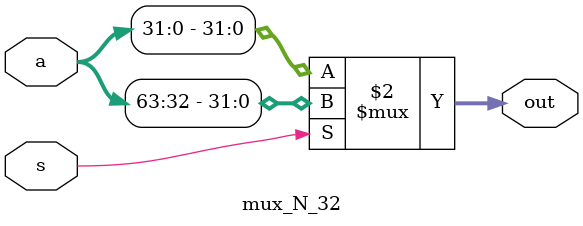
<source format=sv>
module mux_N_32(s, a, out);
// 32 bit wide n:1 mux, where n is a power of 2
// Uses recursion to generate smaller and smaller sub muxes to form a binary tree

parameter N = 2;
input wire [$clog2(N)-1:0] s; //Mux selector
input wire [N*32-1:0] a; //The 32 bit wide, Nth order mux inputs

output logic[31:0] out; // 32 bit wide output 

generate
    if (N > 2) begin
        logic which_mux;
        always_comb which_mux = s[$clog2(N)-1]; // Outermost mux uses MSB

        logic [31:0] mux1_out, mux0_out;


        // Create two N/2:1 muxes
        mux_N_32 #(.N(N/2)) mux1 (.s(s[$clog2(N)-2:0]), .a(a[N*32-1:N*16]), .out(mux1_out));
        mux_N_32 #(.N(N/2)) mux0 (.s(s[$clog2(N)-2:0]), .a(a[N*16-1:0]), .out(mux0_out));

        // Select which sub mux output to use
        always_comb out = which_mux?mux1_out:mux0_out;
    end
    else begin
        always_comb out = s?a[63:32]:a[31:0];
    end

endgenerate


endmodule
</source>
